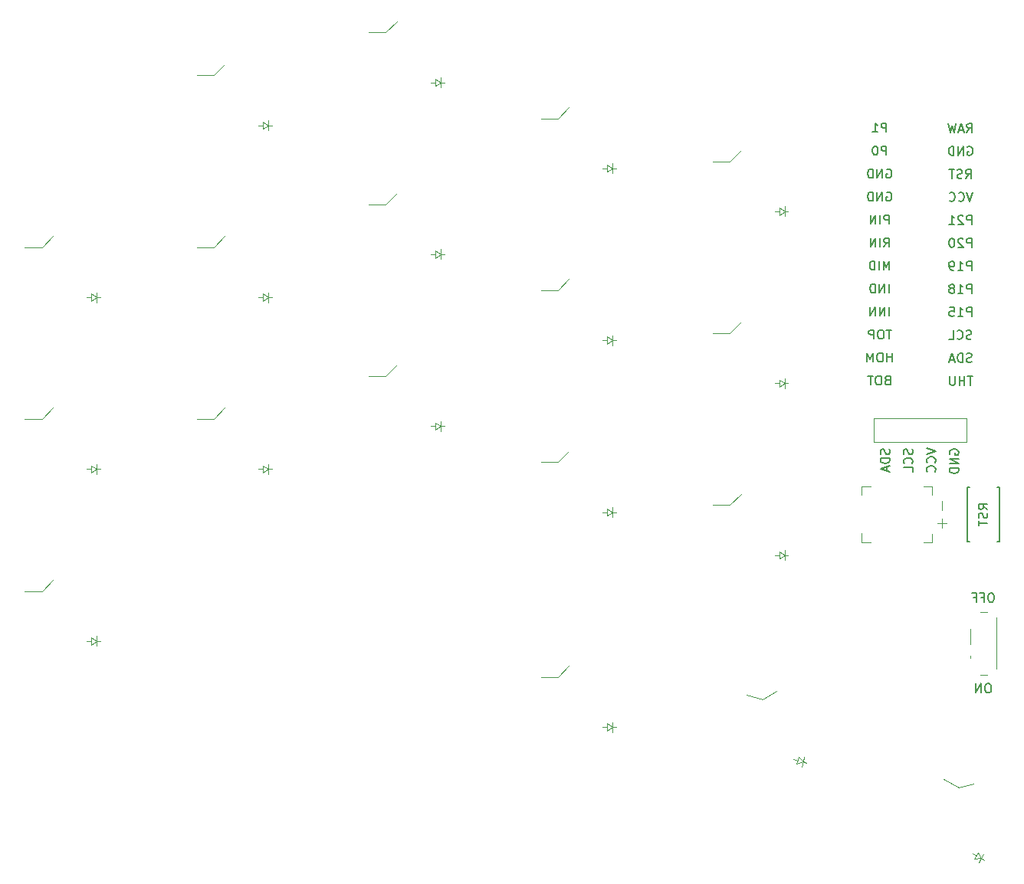
<source format=gbr>
%TF.GenerationSoftware,KiCad,Pcbnew,9.0.7*%
%TF.CreationDate,2026-01-28T21:56:46-05:00*%
%TF.ProjectId,v4,76342e6b-6963-4616-945f-706362585858,rev?*%
%TF.SameCoordinates,Original*%
%TF.FileFunction,Legend,Bot*%
%TF.FilePolarity,Positive*%
%FSLAX46Y46*%
G04 Gerber Fmt 4.6, Leading zero omitted, Abs format (unit mm)*
G04 Created by KiCad (PCBNEW 9.0.7) date 2026-01-28 21:56:46*
%MOMM*%
%LPD*%
G01*
G04 APERTURE LIST*
%ADD10C,0.150000*%
%ADD11C,0.100000*%
%ADD12C,0.120000*%
G04 APERTURE END LIST*
D10*
X199933332Y-83734819D02*
X199361904Y-83734819D01*
X199647618Y-84734819D02*
X199647618Y-83734819D01*
X199028570Y-84734819D02*
X199028570Y-83734819D01*
X199028570Y-84211009D02*
X198457142Y-84211009D01*
X198457142Y-84734819D02*
X198457142Y-83734819D01*
X197980951Y-83734819D02*
X197980951Y-84544342D01*
X197980951Y-84544342D02*
X197933332Y-84639580D01*
X197933332Y-84639580D02*
X197885713Y-84687200D01*
X197885713Y-84687200D02*
X197790475Y-84734819D01*
X197790475Y-84734819D02*
X197599999Y-84734819D01*
X197599999Y-84734819D02*
X197504761Y-84687200D01*
X197504761Y-84687200D02*
X197457142Y-84639580D01*
X197457142Y-84639580D02*
X197409523Y-84544342D01*
X197409523Y-84544342D02*
X197409523Y-83734819D01*
X199814285Y-82147200D02*
X199671428Y-82194819D01*
X199671428Y-82194819D02*
X199433333Y-82194819D01*
X199433333Y-82194819D02*
X199338095Y-82147200D01*
X199338095Y-82147200D02*
X199290476Y-82099580D01*
X199290476Y-82099580D02*
X199242857Y-82004342D01*
X199242857Y-82004342D02*
X199242857Y-81909104D01*
X199242857Y-81909104D02*
X199290476Y-81813866D01*
X199290476Y-81813866D02*
X199338095Y-81766247D01*
X199338095Y-81766247D02*
X199433333Y-81718628D01*
X199433333Y-81718628D02*
X199623809Y-81671009D01*
X199623809Y-81671009D02*
X199719047Y-81623390D01*
X199719047Y-81623390D02*
X199766666Y-81575771D01*
X199766666Y-81575771D02*
X199814285Y-81480533D01*
X199814285Y-81480533D02*
X199814285Y-81385295D01*
X199814285Y-81385295D02*
X199766666Y-81290057D01*
X199766666Y-81290057D02*
X199719047Y-81242438D01*
X199719047Y-81242438D02*
X199623809Y-81194819D01*
X199623809Y-81194819D02*
X199385714Y-81194819D01*
X199385714Y-81194819D02*
X199242857Y-81242438D01*
X198814285Y-82194819D02*
X198814285Y-81194819D01*
X198814285Y-81194819D02*
X198576190Y-81194819D01*
X198576190Y-81194819D02*
X198433333Y-81242438D01*
X198433333Y-81242438D02*
X198338095Y-81337676D01*
X198338095Y-81337676D02*
X198290476Y-81432914D01*
X198290476Y-81432914D02*
X198242857Y-81623390D01*
X198242857Y-81623390D02*
X198242857Y-81766247D01*
X198242857Y-81766247D02*
X198290476Y-81956723D01*
X198290476Y-81956723D02*
X198338095Y-82051961D01*
X198338095Y-82051961D02*
X198433333Y-82147200D01*
X198433333Y-82147200D02*
X198576190Y-82194819D01*
X198576190Y-82194819D02*
X198814285Y-82194819D01*
X197861904Y-81909104D02*
X197385714Y-81909104D01*
X197957142Y-82194819D02*
X197623809Y-81194819D01*
X197623809Y-81194819D02*
X197290476Y-82194819D01*
X199790475Y-79607200D02*
X199647618Y-79654819D01*
X199647618Y-79654819D02*
X199409523Y-79654819D01*
X199409523Y-79654819D02*
X199314285Y-79607200D01*
X199314285Y-79607200D02*
X199266666Y-79559580D01*
X199266666Y-79559580D02*
X199219047Y-79464342D01*
X199219047Y-79464342D02*
X199219047Y-79369104D01*
X199219047Y-79369104D02*
X199266666Y-79273866D01*
X199266666Y-79273866D02*
X199314285Y-79226247D01*
X199314285Y-79226247D02*
X199409523Y-79178628D01*
X199409523Y-79178628D02*
X199599999Y-79131009D01*
X199599999Y-79131009D02*
X199695237Y-79083390D01*
X199695237Y-79083390D02*
X199742856Y-79035771D01*
X199742856Y-79035771D02*
X199790475Y-78940533D01*
X199790475Y-78940533D02*
X199790475Y-78845295D01*
X199790475Y-78845295D02*
X199742856Y-78750057D01*
X199742856Y-78750057D02*
X199695237Y-78702438D01*
X199695237Y-78702438D02*
X199599999Y-78654819D01*
X199599999Y-78654819D02*
X199361904Y-78654819D01*
X199361904Y-78654819D02*
X199219047Y-78702438D01*
X198219047Y-79559580D02*
X198266666Y-79607200D01*
X198266666Y-79607200D02*
X198409523Y-79654819D01*
X198409523Y-79654819D02*
X198504761Y-79654819D01*
X198504761Y-79654819D02*
X198647618Y-79607200D01*
X198647618Y-79607200D02*
X198742856Y-79511961D01*
X198742856Y-79511961D02*
X198790475Y-79416723D01*
X198790475Y-79416723D02*
X198838094Y-79226247D01*
X198838094Y-79226247D02*
X198838094Y-79083390D01*
X198838094Y-79083390D02*
X198790475Y-78892914D01*
X198790475Y-78892914D02*
X198742856Y-78797676D01*
X198742856Y-78797676D02*
X198647618Y-78702438D01*
X198647618Y-78702438D02*
X198504761Y-78654819D01*
X198504761Y-78654819D02*
X198409523Y-78654819D01*
X198409523Y-78654819D02*
X198266666Y-78702438D01*
X198266666Y-78702438D02*
X198219047Y-78750057D01*
X197314285Y-79654819D02*
X197790475Y-79654819D01*
X197790475Y-79654819D02*
X197790475Y-78654819D01*
X199814285Y-77114819D02*
X199814285Y-76114819D01*
X199814285Y-76114819D02*
X199433333Y-76114819D01*
X199433333Y-76114819D02*
X199338095Y-76162438D01*
X199338095Y-76162438D02*
X199290476Y-76210057D01*
X199290476Y-76210057D02*
X199242857Y-76305295D01*
X199242857Y-76305295D02*
X199242857Y-76448152D01*
X199242857Y-76448152D02*
X199290476Y-76543390D01*
X199290476Y-76543390D02*
X199338095Y-76591009D01*
X199338095Y-76591009D02*
X199433333Y-76638628D01*
X199433333Y-76638628D02*
X199814285Y-76638628D01*
X198290476Y-77114819D02*
X198861904Y-77114819D01*
X198576190Y-77114819D02*
X198576190Y-76114819D01*
X198576190Y-76114819D02*
X198671428Y-76257676D01*
X198671428Y-76257676D02*
X198766666Y-76352914D01*
X198766666Y-76352914D02*
X198861904Y-76400533D01*
X197385714Y-76114819D02*
X197861904Y-76114819D01*
X197861904Y-76114819D02*
X197909523Y-76591009D01*
X197909523Y-76591009D02*
X197861904Y-76543390D01*
X197861904Y-76543390D02*
X197766666Y-76495771D01*
X197766666Y-76495771D02*
X197528571Y-76495771D01*
X197528571Y-76495771D02*
X197433333Y-76543390D01*
X197433333Y-76543390D02*
X197385714Y-76591009D01*
X197385714Y-76591009D02*
X197338095Y-76686247D01*
X197338095Y-76686247D02*
X197338095Y-76924342D01*
X197338095Y-76924342D02*
X197385714Y-77019580D01*
X197385714Y-77019580D02*
X197433333Y-77067200D01*
X197433333Y-77067200D02*
X197528571Y-77114819D01*
X197528571Y-77114819D02*
X197766666Y-77114819D01*
X197766666Y-77114819D02*
X197861904Y-77067200D01*
X197861904Y-77067200D02*
X197909523Y-77019580D01*
X199814285Y-74574819D02*
X199814285Y-73574819D01*
X199814285Y-73574819D02*
X199433333Y-73574819D01*
X199433333Y-73574819D02*
X199338095Y-73622438D01*
X199338095Y-73622438D02*
X199290476Y-73670057D01*
X199290476Y-73670057D02*
X199242857Y-73765295D01*
X199242857Y-73765295D02*
X199242857Y-73908152D01*
X199242857Y-73908152D02*
X199290476Y-74003390D01*
X199290476Y-74003390D02*
X199338095Y-74051009D01*
X199338095Y-74051009D02*
X199433333Y-74098628D01*
X199433333Y-74098628D02*
X199814285Y-74098628D01*
X198290476Y-74574819D02*
X198861904Y-74574819D01*
X198576190Y-74574819D02*
X198576190Y-73574819D01*
X198576190Y-73574819D02*
X198671428Y-73717676D01*
X198671428Y-73717676D02*
X198766666Y-73812914D01*
X198766666Y-73812914D02*
X198861904Y-73860533D01*
X197719047Y-74003390D02*
X197814285Y-73955771D01*
X197814285Y-73955771D02*
X197861904Y-73908152D01*
X197861904Y-73908152D02*
X197909523Y-73812914D01*
X197909523Y-73812914D02*
X197909523Y-73765295D01*
X197909523Y-73765295D02*
X197861904Y-73670057D01*
X197861904Y-73670057D02*
X197814285Y-73622438D01*
X197814285Y-73622438D02*
X197719047Y-73574819D01*
X197719047Y-73574819D02*
X197528571Y-73574819D01*
X197528571Y-73574819D02*
X197433333Y-73622438D01*
X197433333Y-73622438D02*
X197385714Y-73670057D01*
X197385714Y-73670057D02*
X197338095Y-73765295D01*
X197338095Y-73765295D02*
X197338095Y-73812914D01*
X197338095Y-73812914D02*
X197385714Y-73908152D01*
X197385714Y-73908152D02*
X197433333Y-73955771D01*
X197433333Y-73955771D02*
X197528571Y-74003390D01*
X197528571Y-74003390D02*
X197719047Y-74003390D01*
X197719047Y-74003390D02*
X197814285Y-74051009D01*
X197814285Y-74051009D02*
X197861904Y-74098628D01*
X197861904Y-74098628D02*
X197909523Y-74193866D01*
X197909523Y-74193866D02*
X197909523Y-74384342D01*
X197909523Y-74384342D02*
X197861904Y-74479580D01*
X197861904Y-74479580D02*
X197814285Y-74527200D01*
X197814285Y-74527200D02*
X197719047Y-74574819D01*
X197719047Y-74574819D02*
X197528571Y-74574819D01*
X197528571Y-74574819D02*
X197433333Y-74527200D01*
X197433333Y-74527200D02*
X197385714Y-74479580D01*
X197385714Y-74479580D02*
X197338095Y-74384342D01*
X197338095Y-74384342D02*
X197338095Y-74193866D01*
X197338095Y-74193866D02*
X197385714Y-74098628D01*
X197385714Y-74098628D02*
X197433333Y-74051009D01*
X197433333Y-74051009D02*
X197528571Y-74003390D01*
X199814285Y-72034819D02*
X199814285Y-71034819D01*
X199814285Y-71034819D02*
X199433333Y-71034819D01*
X199433333Y-71034819D02*
X199338095Y-71082438D01*
X199338095Y-71082438D02*
X199290476Y-71130057D01*
X199290476Y-71130057D02*
X199242857Y-71225295D01*
X199242857Y-71225295D02*
X199242857Y-71368152D01*
X199242857Y-71368152D02*
X199290476Y-71463390D01*
X199290476Y-71463390D02*
X199338095Y-71511009D01*
X199338095Y-71511009D02*
X199433333Y-71558628D01*
X199433333Y-71558628D02*
X199814285Y-71558628D01*
X198290476Y-72034819D02*
X198861904Y-72034819D01*
X198576190Y-72034819D02*
X198576190Y-71034819D01*
X198576190Y-71034819D02*
X198671428Y-71177676D01*
X198671428Y-71177676D02*
X198766666Y-71272914D01*
X198766666Y-71272914D02*
X198861904Y-71320533D01*
X197814285Y-72034819D02*
X197623809Y-72034819D01*
X197623809Y-72034819D02*
X197528571Y-71987200D01*
X197528571Y-71987200D02*
X197480952Y-71939580D01*
X197480952Y-71939580D02*
X197385714Y-71796723D01*
X197385714Y-71796723D02*
X197338095Y-71606247D01*
X197338095Y-71606247D02*
X197338095Y-71225295D01*
X197338095Y-71225295D02*
X197385714Y-71130057D01*
X197385714Y-71130057D02*
X197433333Y-71082438D01*
X197433333Y-71082438D02*
X197528571Y-71034819D01*
X197528571Y-71034819D02*
X197719047Y-71034819D01*
X197719047Y-71034819D02*
X197814285Y-71082438D01*
X197814285Y-71082438D02*
X197861904Y-71130057D01*
X197861904Y-71130057D02*
X197909523Y-71225295D01*
X197909523Y-71225295D02*
X197909523Y-71463390D01*
X197909523Y-71463390D02*
X197861904Y-71558628D01*
X197861904Y-71558628D02*
X197814285Y-71606247D01*
X197814285Y-71606247D02*
X197719047Y-71653866D01*
X197719047Y-71653866D02*
X197528571Y-71653866D01*
X197528571Y-71653866D02*
X197433333Y-71606247D01*
X197433333Y-71606247D02*
X197385714Y-71558628D01*
X197385714Y-71558628D02*
X197338095Y-71463390D01*
X199814285Y-69494819D02*
X199814285Y-68494819D01*
X199814285Y-68494819D02*
X199433333Y-68494819D01*
X199433333Y-68494819D02*
X199338095Y-68542438D01*
X199338095Y-68542438D02*
X199290476Y-68590057D01*
X199290476Y-68590057D02*
X199242857Y-68685295D01*
X199242857Y-68685295D02*
X199242857Y-68828152D01*
X199242857Y-68828152D02*
X199290476Y-68923390D01*
X199290476Y-68923390D02*
X199338095Y-68971009D01*
X199338095Y-68971009D02*
X199433333Y-69018628D01*
X199433333Y-69018628D02*
X199814285Y-69018628D01*
X198861904Y-68590057D02*
X198814285Y-68542438D01*
X198814285Y-68542438D02*
X198719047Y-68494819D01*
X198719047Y-68494819D02*
X198480952Y-68494819D01*
X198480952Y-68494819D02*
X198385714Y-68542438D01*
X198385714Y-68542438D02*
X198338095Y-68590057D01*
X198338095Y-68590057D02*
X198290476Y-68685295D01*
X198290476Y-68685295D02*
X198290476Y-68780533D01*
X198290476Y-68780533D02*
X198338095Y-68923390D01*
X198338095Y-68923390D02*
X198909523Y-69494819D01*
X198909523Y-69494819D02*
X198290476Y-69494819D01*
X197671428Y-68494819D02*
X197576190Y-68494819D01*
X197576190Y-68494819D02*
X197480952Y-68542438D01*
X197480952Y-68542438D02*
X197433333Y-68590057D01*
X197433333Y-68590057D02*
X197385714Y-68685295D01*
X197385714Y-68685295D02*
X197338095Y-68875771D01*
X197338095Y-68875771D02*
X197338095Y-69113866D01*
X197338095Y-69113866D02*
X197385714Y-69304342D01*
X197385714Y-69304342D02*
X197433333Y-69399580D01*
X197433333Y-69399580D02*
X197480952Y-69447200D01*
X197480952Y-69447200D02*
X197576190Y-69494819D01*
X197576190Y-69494819D02*
X197671428Y-69494819D01*
X197671428Y-69494819D02*
X197766666Y-69447200D01*
X197766666Y-69447200D02*
X197814285Y-69399580D01*
X197814285Y-69399580D02*
X197861904Y-69304342D01*
X197861904Y-69304342D02*
X197909523Y-69113866D01*
X197909523Y-69113866D02*
X197909523Y-68875771D01*
X197909523Y-68875771D02*
X197861904Y-68685295D01*
X197861904Y-68685295D02*
X197814285Y-68590057D01*
X197814285Y-68590057D02*
X197766666Y-68542438D01*
X197766666Y-68542438D02*
X197671428Y-68494819D01*
X199814285Y-66954819D02*
X199814285Y-65954819D01*
X199814285Y-65954819D02*
X199433333Y-65954819D01*
X199433333Y-65954819D02*
X199338095Y-66002438D01*
X199338095Y-66002438D02*
X199290476Y-66050057D01*
X199290476Y-66050057D02*
X199242857Y-66145295D01*
X199242857Y-66145295D02*
X199242857Y-66288152D01*
X199242857Y-66288152D02*
X199290476Y-66383390D01*
X199290476Y-66383390D02*
X199338095Y-66431009D01*
X199338095Y-66431009D02*
X199433333Y-66478628D01*
X199433333Y-66478628D02*
X199814285Y-66478628D01*
X198861904Y-66050057D02*
X198814285Y-66002438D01*
X198814285Y-66002438D02*
X198719047Y-65954819D01*
X198719047Y-65954819D02*
X198480952Y-65954819D01*
X198480952Y-65954819D02*
X198385714Y-66002438D01*
X198385714Y-66002438D02*
X198338095Y-66050057D01*
X198338095Y-66050057D02*
X198290476Y-66145295D01*
X198290476Y-66145295D02*
X198290476Y-66240533D01*
X198290476Y-66240533D02*
X198338095Y-66383390D01*
X198338095Y-66383390D02*
X198909523Y-66954819D01*
X198909523Y-66954819D02*
X198290476Y-66954819D01*
X197338095Y-66954819D02*
X197909523Y-66954819D01*
X197623809Y-66954819D02*
X197623809Y-65954819D01*
X197623809Y-65954819D02*
X197719047Y-66097676D01*
X197719047Y-66097676D02*
X197814285Y-66192914D01*
X197814285Y-66192914D02*
X197909523Y-66240533D01*
X199933332Y-63414819D02*
X199599999Y-64414819D01*
X199599999Y-64414819D02*
X199266666Y-63414819D01*
X198361904Y-64319580D02*
X198409523Y-64367200D01*
X198409523Y-64367200D02*
X198552380Y-64414819D01*
X198552380Y-64414819D02*
X198647618Y-64414819D01*
X198647618Y-64414819D02*
X198790475Y-64367200D01*
X198790475Y-64367200D02*
X198885713Y-64271961D01*
X198885713Y-64271961D02*
X198933332Y-64176723D01*
X198933332Y-64176723D02*
X198980951Y-63986247D01*
X198980951Y-63986247D02*
X198980951Y-63843390D01*
X198980951Y-63843390D02*
X198933332Y-63652914D01*
X198933332Y-63652914D02*
X198885713Y-63557676D01*
X198885713Y-63557676D02*
X198790475Y-63462438D01*
X198790475Y-63462438D02*
X198647618Y-63414819D01*
X198647618Y-63414819D02*
X198552380Y-63414819D01*
X198552380Y-63414819D02*
X198409523Y-63462438D01*
X198409523Y-63462438D02*
X198361904Y-63510057D01*
X197361904Y-64319580D02*
X197409523Y-64367200D01*
X197409523Y-64367200D02*
X197552380Y-64414819D01*
X197552380Y-64414819D02*
X197647618Y-64414819D01*
X197647618Y-64414819D02*
X197790475Y-64367200D01*
X197790475Y-64367200D02*
X197885713Y-64271961D01*
X197885713Y-64271961D02*
X197933332Y-64176723D01*
X197933332Y-64176723D02*
X197980951Y-63986247D01*
X197980951Y-63986247D02*
X197980951Y-63843390D01*
X197980951Y-63843390D02*
X197933332Y-63652914D01*
X197933332Y-63652914D02*
X197885713Y-63557676D01*
X197885713Y-63557676D02*
X197790475Y-63462438D01*
X197790475Y-63462438D02*
X197647618Y-63414819D01*
X197647618Y-63414819D02*
X197552380Y-63414819D01*
X197552380Y-63414819D02*
X197409523Y-63462438D01*
X197409523Y-63462438D02*
X197361904Y-63510057D01*
X199147619Y-61874819D02*
X199480952Y-61398628D01*
X199719047Y-61874819D02*
X199719047Y-60874819D01*
X199719047Y-60874819D02*
X199338095Y-60874819D01*
X199338095Y-60874819D02*
X199242857Y-60922438D01*
X199242857Y-60922438D02*
X199195238Y-60970057D01*
X199195238Y-60970057D02*
X199147619Y-61065295D01*
X199147619Y-61065295D02*
X199147619Y-61208152D01*
X199147619Y-61208152D02*
X199195238Y-61303390D01*
X199195238Y-61303390D02*
X199242857Y-61351009D01*
X199242857Y-61351009D02*
X199338095Y-61398628D01*
X199338095Y-61398628D02*
X199719047Y-61398628D01*
X198766666Y-61827200D02*
X198623809Y-61874819D01*
X198623809Y-61874819D02*
X198385714Y-61874819D01*
X198385714Y-61874819D02*
X198290476Y-61827200D01*
X198290476Y-61827200D02*
X198242857Y-61779580D01*
X198242857Y-61779580D02*
X198195238Y-61684342D01*
X198195238Y-61684342D02*
X198195238Y-61589104D01*
X198195238Y-61589104D02*
X198242857Y-61493866D01*
X198242857Y-61493866D02*
X198290476Y-61446247D01*
X198290476Y-61446247D02*
X198385714Y-61398628D01*
X198385714Y-61398628D02*
X198576190Y-61351009D01*
X198576190Y-61351009D02*
X198671428Y-61303390D01*
X198671428Y-61303390D02*
X198719047Y-61255771D01*
X198719047Y-61255771D02*
X198766666Y-61160533D01*
X198766666Y-61160533D02*
X198766666Y-61065295D01*
X198766666Y-61065295D02*
X198719047Y-60970057D01*
X198719047Y-60970057D02*
X198671428Y-60922438D01*
X198671428Y-60922438D02*
X198576190Y-60874819D01*
X198576190Y-60874819D02*
X198338095Y-60874819D01*
X198338095Y-60874819D02*
X198195238Y-60922438D01*
X197909523Y-60874819D02*
X197338095Y-60874819D01*
X197623809Y-61874819D02*
X197623809Y-60874819D01*
X199361904Y-58382438D02*
X199457142Y-58334819D01*
X199457142Y-58334819D02*
X199599999Y-58334819D01*
X199599999Y-58334819D02*
X199742856Y-58382438D01*
X199742856Y-58382438D02*
X199838094Y-58477676D01*
X199838094Y-58477676D02*
X199885713Y-58572914D01*
X199885713Y-58572914D02*
X199933332Y-58763390D01*
X199933332Y-58763390D02*
X199933332Y-58906247D01*
X199933332Y-58906247D02*
X199885713Y-59096723D01*
X199885713Y-59096723D02*
X199838094Y-59191961D01*
X199838094Y-59191961D02*
X199742856Y-59287200D01*
X199742856Y-59287200D02*
X199599999Y-59334819D01*
X199599999Y-59334819D02*
X199504761Y-59334819D01*
X199504761Y-59334819D02*
X199361904Y-59287200D01*
X199361904Y-59287200D02*
X199314285Y-59239580D01*
X199314285Y-59239580D02*
X199314285Y-58906247D01*
X199314285Y-58906247D02*
X199504761Y-58906247D01*
X198885713Y-59334819D02*
X198885713Y-58334819D01*
X198885713Y-58334819D02*
X198314285Y-59334819D01*
X198314285Y-59334819D02*
X198314285Y-58334819D01*
X197838094Y-59334819D02*
X197838094Y-58334819D01*
X197838094Y-58334819D02*
X197599999Y-58334819D01*
X197599999Y-58334819D02*
X197457142Y-58382438D01*
X197457142Y-58382438D02*
X197361904Y-58477676D01*
X197361904Y-58477676D02*
X197314285Y-58572914D01*
X197314285Y-58572914D02*
X197266666Y-58763390D01*
X197266666Y-58763390D02*
X197266666Y-58906247D01*
X197266666Y-58906247D02*
X197314285Y-59096723D01*
X197314285Y-59096723D02*
X197361904Y-59191961D01*
X197361904Y-59191961D02*
X197457142Y-59287200D01*
X197457142Y-59287200D02*
X197599999Y-59334819D01*
X197599999Y-59334819D02*
X197838094Y-59334819D01*
X199290476Y-56794819D02*
X199623809Y-56318628D01*
X199861904Y-56794819D02*
X199861904Y-55794819D01*
X199861904Y-55794819D02*
X199480952Y-55794819D01*
X199480952Y-55794819D02*
X199385714Y-55842438D01*
X199385714Y-55842438D02*
X199338095Y-55890057D01*
X199338095Y-55890057D02*
X199290476Y-55985295D01*
X199290476Y-55985295D02*
X199290476Y-56128152D01*
X199290476Y-56128152D02*
X199338095Y-56223390D01*
X199338095Y-56223390D02*
X199385714Y-56271009D01*
X199385714Y-56271009D02*
X199480952Y-56318628D01*
X199480952Y-56318628D02*
X199861904Y-56318628D01*
X198909523Y-56509104D02*
X198433333Y-56509104D01*
X199004761Y-56794819D02*
X198671428Y-55794819D01*
X198671428Y-55794819D02*
X198338095Y-56794819D01*
X198099999Y-55794819D02*
X197861904Y-56794819D01*
X197861904Y-56794819D02*
X197671428Y-56080533D01*
X197671428Y-56080533D02*
X197480952Y-56794819D01*
X197480952Y-56794819D02*
X197242857Y-55794819D01*
X190493333Y-84171009D02*
X190350476Y-84218628D01*
X190350476Y-84218628D02*
X190302857Y-84266247D01*
X190302857Y-84266247D02*
X190255238Y-84361485D01*
X190255238Y-84361485D02*
X190255238Y-84504342D01*
X190255238Y-84504342D02*
X190302857Y-84599580D01*
X190302857Y-84599580D02*
X190350476Y-84647200D01*
X190350476Y-84647200D02*
X190445714Y-84694819D01*
X190445714Y-84694819D02*
X190826666Y-84694819D01*
X190826666Y-84694819D02*
X190826666Y-83694819D01*
X190826666Y-83694819D02*
X190493333Y-83694819D01*
X190493333Y-83694819D02*
X190398095Y-83742438D01*
X190398095Y-83742438D02*
X190350476Y-83790057D01*
X190350476Y-83790057D02*
X190302857Y-83885295D01*
X190302857Y-83885295D02*
X190302857Y-83980533D01*
X190302857Y-83980533D02*
X190350476Y-84075771D01*
X190350476Y-84075771D02*
X190398095Y-84123390D01*
X190398095Y-84123390D02*
X190493333Y-84171009D01*
X190493333Y-84171009D02*
X190826666Y-84171009D01*
X189636190Y-83694819D02*
X189445714Y-83694819D01*
X189445714Y-83694819D02*
X189350476Y-83742438D01*
X189350476Y-83742438D02*
X189255238Y-83837676D01*
X189255238Y-83837676D02*
X189207619Y-84028152D01*
X189207619Y-84028152D02*
X189207619Y-84361485D01*
X189207619Y-84361485D02*
X189255238Y-84551961D01*
X189255238Y-84551961D02*
X189350476Y-84647200D01*
X189350476Y-84647200D02*
X189445714Y-84694819D01*
X189445714Y-84694819D02*
X189636190Y-84694819D01*
X189636190Y-84694819D02*
X189731428Y-84647200D01*
X189731428Y-84647200D02*
X189826666Y-84551961D01*
X189826666Y-84551961D02*
X189874285Y-84361485D01*
X189874285Y-84361485D02*
X189874285Y-84028152D01*
X189874285Y-84028152D02*
X189826666Y-83837676D01*
X189826666Y-83837676D02*
X189731428Y-83742438D01*
X189731428Y-83742438D02*
X189636190Y-83694819D01*
X188921904Y-83694819D02*
X188350476Y-83694819D01*
X188636190Y-84694819D02*
X188636190Y-83694819D01*
X191040951Y-82154819D02*
X191040951Y-81154819D01*
X191040951Y-81631009D02*
X190469523Y-81631009D01*
X190469523Y-82154819D02*
X190469523Y-81154819D01*
X189802856Y-81154819D02*
X189612380Y-81154819D01*
X189612380Y-81154819D02*
X189517142Y-81202438D01*
X189517142Y-81202438D02*
X189421904Y-81297676D01*
X189421904Y-81297676D02*
X189374285Y-81488152D01*
X189374285Y-81488152D02*
X189374285Y-81821485D01*
X189374285Y-81821485D02*
X189421904Y-82011961D01*
X189421904Y-82011961D02*
X189517142Y-82107200D01*
X189517142Y-82107200D02*
X189612380Y-82154819D01*
X189612380Y-82154819D02*
X189802856Y-82154819D01*
X189802856Y-82154819D02*
X189898094Y-82107200D01*
X189898094Y-82107200D02*
X189993332Y-82011961D01*
X189993332Y-82011961D02*
X190040951Y-81821485D01*
X190040951Y-81821485D02*
X190040951Y-81488152D01*
X190040951Y-81488152D02*
X189993332Y-81297676D01*
X189993332Y-81297676D02*
X189898094Y-81202438D01*
X189898094Y-81202438D02*
X189802856Y-81154819D01*
X188945713Y-82154819D02*
X188945713Y-81154819D01*
X188945713Y-81154819D02*
X188612380Y-81869104D01*
X188612380Y-81869104D02*
X188279047Y-81154819D01*
X188279047Y-81154819D02*
X188279047Y-82154819D01*
X190969523Y-78614819D02*
X190398095Y-78614819D01*
X190683809Y-79614819D02*
X190683809Y-78614819D01*
X189874285Y-78614819D02*
X189683809Y-78614819D01*
X189683809Y-78614819D02*
X189588571Y-78662438D01*
X189588571Y-78662438D02*
X189493333Y-78757676D01*
X189493333Y-78757676D02*
X189445714Y-78948152D01*
X189445714Y-78948152D02*
X189445714Y-79281485D01*
X189445714Y-79281485D02*
X189493333Y-79471961D01*
X189493333Y-79471961D02*
X189588571Y-79567200D01*
X189588571Y-79567200D02*
X189683809Y-79614819D01*
X189683809Y-79614819D02*
X189874285Y-79614819D01*
X189874285Y-79614819D02*
X189969523Y-79567200D01*
X189969523Y-79567200D02*
X190064761Y-79471961D01*
X190064761Y-79471961D02*
X190112380Y-79281485D01*
X190112380Y-79281485D02*
X190112380Y-78948152D01*
X190112380Y-78948152D02*
X190064761Y-78757676D01*
X190064761Y-78757676D02*
X189969523Y-78662438D01*
X189969523Y-78662438D02*
X189874285Y-78614819D01*
X189017142Y-79614819D02*
X189017142Y-78614819D01*
X189017142Y-78614819D02*
X188636190Y-78614819D01*
X188636190Y-78614819D02*
X188540952Y-78662438D01*
X188540952Y-78662438D02*
X188493333Y-78710057D01*
X188493333Y-78710057D02*
X188445714Y-78805295D01*
X188445714Y-78805295D02*
X188445714Y-78948152D01*
X188445714Y-78948152D02*
X188493333Y-79043390D01*
X188493333Y-79043390D02*
X188540952Y-79091009D01*
X188540952Y-79091009D02*
X188636190Y-79138628D01*
X188636190Y-79138628D02*
X189017142Y-79138628D01*
X190707618Y-77074819D02*
X190707618Y-76074819D01*
X190231428Y-77074819D02*
X190231428Y-76074819D01*
X190231428Y-76074819D02*
X189660000Y-77074819D01*
X189660000Y-77074819D02*
X189660000Y-76074819D01*
X189183809Y-77074819D02*
X189183809Y-76074819D01*
X189183809Y-76074819D02*
X188612381Y-77074819D01*
X188612381Y-77074819D02*
X188612381Y-76074819D01*
X190683808Y-74534819D02*
X190683808Y-73534819D01*
X190207618Y-74534819D02*
X190207618Y-73534819D01*
X190207618Y-73534819D02*
X189636190Y-74534819D01*
X189636190Y-74534819D02*
X189636190Y-73534819D01*
X189159999Y-74534819D02*
X189159999Y-73534819D01*
X189159999Y-73534819D02*
X188921904Y-73534819D01*
X188921904Y-73534819D02*
X188779047Y-73582438D01*
X188779047Y-73582438D02*
X188683809Y-73677676D01*
X188683809Y-73677676D02*
X188636190Y-73772914D01*
X188636190Y-73772914D02*
X188588571Y-73963390D01*
X188588571Y-73963390D02*
X188588571Y-74106247D01*
X188588571Y-74106247D02*
X188636190Y-74296723D01*
X188636190Y-74296723D02*
X188683809Y-74391961D01*
X188683809Y-74391961D02*
X188779047Y-74487200D01*
X188779047Y-74487200D02*
X188921904Y-74534819D01*
X188921904Y-74534819D02*
X189159999Y-74534819D01*
X190731427Y-71994819D02*
X190731427Y-70994819D01*
X190731427Y-70994819D02*
X190398094Y-71709104D01*
X190398094Y-71709104D02*
X190064761Y-70994819D01*
X190064761Y-70994819D02*
X190064761Y-71994819D01*
X189588570Y-71994819D02*
X189588570Y-70994819D01*
X189112380Y-71994819D02*
X189112380Y-70994819D01*
X189112380Y-70994819D02*
X188874285Y-70994819D01*
X188874285Y-70994819D02*
X188731428Y-71042438D01*
X188731428Y-71042438D02*
X188636190Y-71137676D01*
X188636190Y-71137676D02*
X188588571Y-71232914D01*
X188588571Y-71232914D02*
X188540952Y-71423390D01*
X188540952Y-71423390D02*
X188540952Y-71566247D01*
X188540952Y-71566247D02*
X188588571Y-71756723D01*
X188588571Y-71756723D02*
X188636190Y-71851961D01*
X188636190Y-71851961D02*
X188731428Y-71947200D01*
X188731428Y-71947200D02*
X188874285Y-71994819D01*
X188874285Y-71994819D02*
X189112380Y-71994819D01*
X190112380Y-69454819D02*
X190445713Y-68978628D01*
X190683808Y-69454819D02*
X190683808Y-68454819D01*
X190683808Y-68454819D02*
X190302856Y-68454819D01*
X190302856Y-68454819D02*
X190207618Y-68502438D01*
X190207618Y-68502438D02*
X190159999Y-68550057D01*
X190159999Y-68550057D02*
X190112380Y-68645295D01*
X190112380Y-68645295D02*
X190112380Y-68788152D01*
X190112380Y-68788152D02*
X190159999Y-68883390D01*
X190159999Y-68883390D02*
X190207618Y-68931009D01*
X190207618Y-68931009D02*
X190302856Y-68978628D01*
X190302856Y-68978628D02*
X190683808Y-68978628D01*
X189683808Y-69454819D02*
X189683808Y-68454819D01*
X189207618Y-69454819D02*
X189207618Y-68454819D01*
X189207618Y-68454819D02*
X188636190Y-69454819D01*
X188636190Y-69454819D02*
X188636190Y-68454819D01*
X190683808Y-66914819D02*
X190683808Y-65914819D01*
X190683808Y-65914819D02*
X190302856Y-65914819D01*
X190302856Y-65914819D02*
X190207618Y-65962438D01*
X190207618Y-65962438D02*
X190159999Y-66010057D01*
X190159999Y-66010057D02*
X190112380Y-66105295D01*
X190112380Y-66105295D02*
X190112380Y-66248152D01*
X190112380Y-66248152D02*
X190159999Y-66343390D01*
X190159999Y-66343390D02*
X190207618Y-66391009D01*
X190207618Y-66391009D02*
X190302856Y-66438628D01*
X190302856Y-66438628D02*
X190683808Y-66438628D01*
X189683808Y-66914819D02*
X189683808Y-65914819D01*
X189207618Y-66914819D02*
X189207618Y-65914819D01*
X189207618Y-65914819D02*
X188636190Y-66914819D01*
X188636190Y-66914819D02*
X188636190Y-65914819D01*
X190421904Y-63422438D02*
X190517142Y-63374819D01*
X190517142Y-63374819D02*
X190659999Y-63374819D01*
X190659999Y-63374819D02*
X190802856Y-63422438D01*
X190802856Y-63422438D02*
X190898094Y-63517676D01*
X190898094Y-63517676D02*
X190945713Y-63612914D01*
X190945713Y-63612914D02*
X190993332Y-63803390D01*
X190993332Y-63803390D02*
X190993332Y-63946247D01*
X190993332Y-63946247D02*
X190945713Y-64136723D01*
X190945713Y-64136723D02*
X190898094Y-64231961D01*
X190898094Y-64231961D02*
X190802856Y-64327200D01*
X190802856Y-64327200D02*
X190659999Y-64374819D01*
X190659999Y-64374819D02*
X190564761Y-64374819D01*
X190564761Y-64374819D02*
X190421904Y-64327200D01*
X190421904Y-64327200D02*
X190374285Y-64279580D01*
X190374285Y-64279580D02*
X190374285Y-63946247D01*
X190374285Y-63946247D02*
X190564761Y-63946247D01*
X189945713Y-64374819D02*
X189945713Y-63374819D01*
X189945713Y-63374819D02*
X189374285Y-64374819D01*
X189374285Y-64374819D02*
X189374285Y-63374819D01*
X188898094Y-64374819D02*
X188898094Y-63374819D01*
X188898094Y-63374819D02*
X188659999Y-63374819D01*
X188659999Y-63374819D02*
X188517142Y-63422438D01*
X188517142Y-63422438D02*
X188421904Y-63517676D01*
X188421904Y-63517676D02*
X188374285Y-63612914D01*
X188374285Y-63612914D02*
X188326666Y-63803390D01*
X188326666Y-63803390D02*
X188326666Y-63946247D01*
X188326666Y-63946247D02*
X188374285Y-64136723D01*
X188374285Y-64136723D02*
X188421904Y-64231961D01*
X188421904Y-64231961D02*
X188517142Y-64327200D01*
X188517142Y-64327200D02*
X188659999Y-64374819D01*
X188659999Y-64374819D02*
X188898094Y-64374819D01*
X190421904Y-60882438D02*
X190517142Y-60834819D01*
X190517142Y-60834819D02*
X190659999Y-60834819D01*
X190659999Y-60834819D02*
X190802856Y-60882438D01*
X190802856Y-60882438D02*
X190898094Y-60977676D01*
X190898094Y-60977676D02*
X190945713Y-61072914D01*
X190945713Y-61072914D02*
X190993332Y-61263390D01*
X190993332Y-61263390D02*
X190993332Y-61406247D01*
X190993332Y-61406247D02*
X190945713Y-61596723D01*
X190945713Y-61596723D02*
X190898094Y-61691961D01*
X190898094Y-61691961D02*
X190802856Y-61787200D01*
X190802856Y-61787200D02*
X190659999Y-61834819D01*
X190659999Y-61834819D02*
X190564761Y-61834819D01*
X190564761Y-61834819D02*
X190421904Y-61787200D01*
X190421904Y-61787200D02*
X190374285Y-61739580D01*
X190374285Y-61739580D02*
X190374285Y-61406247D01*
X190374285Y-61406247D02*
X190564761Y-61406247D01*
X189945713Y-61834819D02*
X189945713Y-60834819D01*
X189945713Y-60834819D02*
X189374285Y-61834819D01*
X189374285Y-61834819D02*
X189374285Y-60834819D01*
X188898094Y-61834819D02*
X188898094Y-60834819D01*
X188898094Y-60834819D02*
X188659999Y-60834819D01*
X188659999Y-60834819D02*
X188517142Y-60882438D01*
X188517142Y-60882438D02*
X188421904Y-60977676D01*
X188421904Y-60977676D02*
X188374285Y-61072914D01*
X188374285Y-61072914D02*
X188326666Y-61263390D01*
X188326666Y-61263390D02*
X188326666Y-61406247D01*
X188326666Y-61406247D02*
X188374285Y-61596723D01*
X188374285Y-61596723D02*
X188421904Y-61691961D01*
X188421904Y-61691961D02*
X188517142Y-61787200D01*
X188517142Y-61787200D02*
X188659999Y-61834819D01*
X188659999Y-61834819D02*
X188898094Y-61834819D01*
X190398094Y-59294819D02*
X190398094Y-58294819D01*
X190398094Y-58294819D02*
X190017142Y-58294819D01*
X190017142Y-58294819D02*
X189921904Y-58342438D01*
X189921904Y-58342438D02*
X189874285Y-58390057D01*
X189874285Y-58390057D02*
X189826666Y-58485295D01*
X189826666Y-58485295D02*
X189826666Y-58628152D01*
X189826666Y-58628152D02*
X189874285Y-58723390D01*
X189874285Y-58723390D02*
X189921904Y-58771009D01*
X189921904Y-58771009D02*
X190017142Y-58818628D01*
X190017142Y-58818628D02*
X190398094Y-58818628D01*
X189207618Y-58294819D02*
X189112380Y-58294819D01*
X189112380Y-58294819D02*
X189017142Y-58342438D01*
X189017142Y-58342438D02*
X188969523Y-58390057D01*
X188969523Y-58390057D02*
X188921904Y-58485295D01*
X188921904Y-58485295D02*
X188874285Y-58675771D01*
X188874285Y-58675771D02*
X188874285Y-58913866D01*
X188874285Y-58913866D02*
X188921904Y-59104342D01*
X188921904Y-59104342D02*
X188969523Y-59199580D01*
X188969523Y-59199580D02*
X189017142Y-59247200D01*
X189017142Y-59247200D02*
X189112380Y-59294819D01*
X189112380Y-59294819D02*
X189207618Y-59294819D01*
X189207618Y-59294819D02*
X189302856Y-59247200D01*
X189302856Y-59247200D02*
X189350475Y-59199580D01*
X189350475Y-59199580D02*
X189398094Y-59104342D01*
X189398094Y-59104342D02*
X189445713Y-58913866D01*
X189445713Y-58913866D02*
X189445713Y-58675771D01*
X189445713Y-58675771D02*
X189398094Y-58485295D01*
X189398094Y-58485295D02*
X189350475Y-58390057D01*
X189350475Y-58390057D02*
X189302856Y-58342438D01*
X189302856Y-58342438D02*
X189207618Y-58294819D01*
X190398094Y-56754819D02*
X190398094Y-55754819D01*
X190398094Y-55754819D02*
X190017142Y-55754819D01*
X190017142Y-55754819D02*
X189921904Y-55802438D01*
X189921904Y-55802438D02*
X189874285Y-55850057D01*
X189874285Y-55850057D02*
X189826666Y-55945295D01*
X189826666Y-55945295D02*
X189826666Y-56088152D01*
X189826666Y-56088152D02*
X189874285Y-56183390D01*
X189874285Y-56183390D02*
X189921904Y-56231009D01*
X189921904Y-56231009D02*
X190017142Y-56278628D01*
X190017142Y-56278628D02*
X190398094Y-56278628D01*
X188874285Y-56754819D02*
X189445713Y-56754819D01*
X189159999Y-56754819D02*
X189159999Y-55754819D01*
X189159999Y-55754819D02*
X189255237Y-55897676D01*
X189255237Y-55897676D02*
X189350475Y-55992914D01*
X189350475Y-55992914D02*
X189445713Y-56040533D01*
X190707200Y-91799160D02*
X190754819Y-91942017D01*
X190754819Y-91942017D02*
X190754819Y-92180112D01*
X190754819Y-92180112D02*
X190707200Y-92275350D01*
X190707200Y-92275350D02*
X190659580Y-92322969D01*
X190659580Y-92322969D02*
X190564342Y-92370588D01*
X190564342Y-92370588D02*
X190469104Y-92370588D01*
X190469104Y-92370588D02*
X190373866Y-92322969D01*
X190373866Y-92322969D02*
X190326247Y-92275350D01*
X190326247Y-92275350D02*
X190278628Y-92180112D01*
X190278628Y-92180112D02*
X190231009Y-91989636D01*
X190231009Y-91989636D02*
X190183390Y-91894398D01*
X190183390Y-91894398D02*
X190135771Y-91846779D01*
X190135771Y-91846779D02*
X190040533Y-91799160D01*
X190040533Y-91799160D02*
X189945295Y-91799160D01*
X189945295Y-91799160D02*
X189850057Y-91846779D01*
X189850057Y-91846779D02*
X189802438Y-91894398D01*
X189802438Y-91894398D02*
X189754819Y-91989636D01*
X189754819Y-91989636D02*
X189754819Y-92227731D01*
X189754819Y-92227731D02*
X189802438Y-92370588D01*
X190754819Y-92799160D02*
X189754819Y-92799160D01*
X189754819Y-92799160D02*
X189754819Y-93037255D01*
X189754819Y-93037255D02*
X189802438Y-93180112D01*
X189802438Y-93180112D02*
X189897676Y-93275350D01*
X189897676Y-93275350D02*
X189992914Y-93322969D01*
X189992914Y-93322969D02*
X190183390Y-93370588D01*
X190183390Y-93370588D02*
X190326247Y-93370588D01*
X190326247Y-93370588D02*
X190516723Y-93322969D01*
X190516723Y-93322969D02*
X190611961Y-93275350D01*
X190611961Y-93275350D02*
X190707200Y-93180112D01*
X190707200Y-93180112D02*
X190754819Y-93037255D01*
X190754819Y-93037255D02*
X190754819Y-92799160D01*
X190469104Y-93751541D02*
X190469104Y-94227731D01*
X190754819Y-93656303D02*
X189754819Y-93989636D01*
X189754819Y-93989636D02*
X190754819Y-94322969D01*
X193247200Y-91799160D02*
X193294819Y-91942017D01*
X193294819Y-91942017D02*
X193294819Y-92180112D01*
X193294819Y-92180112D02*
X193247200Y-92275350D01*
X193247200Y-92275350D02*
X193199580Y-92322969D01*
X193199580Y-92322969D02*
X193104342Y-92370588D01*
X193104342Y-92370588D02*
X193009104Y-92370588D01*
X193009104Y-92370588D02*
X192913866Y-92322969D01*
X192913866Y-92322969D02*
X192866247Y-92275350D01*
X192866247Y-92275350D02*
X192818628Y-92180112D01*
X192818628Y-92180112D02*
X192771009Y-91989636D01*
X192771009Y-91989636D02*
X192723390Y-91894398D01*
X192723390Y-91894398D02*
X192675771Y-91846779D01*
X192675771Y-91846779D02*
X192580533Y-91799160D01*
X192580533Y-91799160D02*
X192485295Y-91799160D01*
X192485295Y-91799160D02*
X192390057Y-91846779D01*
X192390057Y-91846779D02*
X192342438Y-91894398D01*
X192342438Y-91894398D02*
X192294819Y-91989636D01*
X192294819Y-91989636D02*
X192294819Y-92227731D01*
X192294819Y-92227731D02*
X192342438Y-92370588D01*
X193199580Y-93370588D02*
X193247200Y-93322969D01*
X193247200Y-93322969D02*
X193294819Y-93180112D01*
X193294819Y-93180112D02*
X193294819Y-93084874D01*
X193294819Y-93084874D02*
X193247200Y-92942017D01*
X193247200Y-92942017D02*
X193151961Y-92846779D01*
X193151961Y-92846779D02*
X193056723Y-92799160D01*
X193056723Y-92799160D02*
X192866247Y-92751541D01*
X192866247Y-92751541D02*
X192723390Y-92751541D01*
X192723390Y-92751541D02*
X192532914Y-92799160D01*
X192532914Y-92799160D02*
X192437676Y-92846779D01*
X192437676Y-92846779D02*
X192342438Y-92942017D01*
X192342438Y-92942017D02*
X192294819Y-93084874D01*
X192294819Y-93084874D02*
X192294819Y-93180112D01*
X192294819Y-93180112D02*
X192342438Y-93322969D01*
X192342438Y-93322969D02*
X192390057Y-93370588D01*
X193294819Y-94275350D02*
X193294819Y-93799160D01*
X193294819Y-93799160D02*
X192294819Y-93799160D01*
X194834819Y-91703922D02*
X195834819Y-92037255D01*
X195834819Y-92037255D02*
X194834819Y-92370588D01*
X195739580Y-93275350D02*
X195787200Y-93227731D01*
X195787200Y-93227731D02*
X195834819Y-93084874D01*
X195834819Y-93084874D02*
X195834819Y-92989636D01*
X195834819Y-92989636D02*
X195787200Y-92846779D01*
X195787200Y-92846779D02*
X195691961Y-92751541D01*
X195691961Y-92751541D02*
X195596723Y-92703922D01*
X195596723Y-92703922D02*
X195406247Y-92656303D01*
X195406247Y-92656303D02*
X195263390Y-92656303D01*
X195263390Y-92656303D02*
X195072914Y-92703922D01*
X195072914Y-92703922D02*
X194977676Y-92751541D01*
X194977676Y-92751541D02*
X194882438Y-92846779D01*
X194882438Y-92846779D02*
X194834819Y-92989636D01*
X194834819Y-92989636D02*
X194834819Y-93084874D01*
X194834819Y-93084874D02*
X194882438Y-93227731D01*
X194882438Y-93227731D02*
X194930057Y-93275350D01*
X195739580Y-94275350D02*
X195787200Y-94227731D01*
X195787200Y-94227731D02*
X195834819Y-94084874D01*
X195834819Y-94084874D02*
X195834819Y-93989636D01*
X195834819Y-93989636D02*
X195787200Y-93846779D01*
X195787200Y-93846779D02*
X195691961Y-93751541D01*
X195691961Y-93751541D02*
X195596723Y-93703922D01*
X195596723Y-93703922D02*
X195406247Y-93656303D01*
X195406247Y-93656303D02*
X195263390Y-93656303D01*
X195263390Y-93656303D02*
X195072914Y-93703922D01*
X195072914Y-93703922D02*
X194977676Y-93751541D01*
X194977676Y-93751541D02*
X194882438Y-93846779D01*
X194882438Y-93846779D02*
X194834819Y-93989636D01*
X194834819Y-93989636D02*
X194834819Y-94084874D01*
X194834819Y-94084874D02*
X194882438Y-94227731D01*
X194882438Y-94227731D02*
X194930057Y-94275350D01*
X197422438Y-92370588D02*
X197374819Y-92275350D01*
X197374819Y-92275350D02*
X197374819Y-92132493D01*
X197374819Y-92132493D02*
X197422438Y-91989636D01*
X197422438Y-91989636D02*
X197517676Y-91894398D01*
X197517676Y-91894398D02*
X197612914Y-91846779D01*
X197612914Y-91846779D02*
X197803390Y-91799160D01*
X197803390Y-91799160D02*
X197946247Y-91799160D01*
X197946247Y-91799160D02*
X198136723Y-91846779D01*
X198136723Y-91846779D02*
X198231961Y-91894398D01*
X198231961Y-91894398D02*
X198327200Y-91989636D01*
X198327200Y-91989636D02*
X198374819Y-92132493D01*
X198374819Y-92132493D02*
X198374819Y-92227731D01*
X198374819Y-92227731D02*
X198327200Y-92370588D01*
X198327200Y-92370588D02*
X198279580Y-92418207D01*
X198279580Y-92418207D02*
X197946247Y-92418207D01*
X197946247Y-92418207D02*
X197946247Y-92227731D01*
X198374819Y-92846779D02*
X197374819Y-92846779D01*
X197374819Y-92846779D02*
X198374819Y-93418207D01*
X198374819Y-93418207D02*
X197374819Y-93418207D01*
X198374819Y-93894398D02*
X197374819Y-93894398D01*
X197374819Y-93894398D02*
X197374819Y-94132493D01*
X197374819Y-94132493D02*
X197422438Y-94275350D01*
X197422438Y-94275350D02*
X197517676Y-94370588D01*
X197517676Y-94370588D02*
X197612914Y-94418207D01*
X197612914Y-94418207D02*
X197803390Y-94465826D01*
X197803390Y-94465826D02*
X197946247Y-94465826D01*
X197946247Y-94465826D02*
X198136723Y-94418207D01*
X198136723Y-94418207D02*
X198231961Y-94370588D01*
X198231961Y-94370588D02*
X198327200Y-94275350D01*
X198327200Y-94275350D02*
X198374819Y-94132493D01*
X198374819Y-94132493D02*
X198374819Y-93894398D01*
X202062380Y-107714819D02*
X201871904Y-107714819D01*
X201871904Y-107714819D02*
X201776666Y-107762438D01*
X201776666Y-107762438D02*
X201681428Y-107857676D01*
X201681428Y-107857676D02*
X201633809Y-108048152D01*
X201633809Y-108048152D02*
X201633809Y-108381485D01*
X201633809Y-108381485D02*
X201681428Y-108571961D01*
X201681428Y-108571961D02*
X201776666Y-108667200D01*
X201776666Y-108667200D02*
X201871904Y-108714819D01*
X201871904Y-108714819D02*
X202062380Y-108714819D01*
X202062380Y-108714819D02*
X202157618Y-108667200D01*
X202157618Y-108667200D02*
X202252856Y-108571961D01*
X202252856Y-108571961D02*
X202300475Y-108381485D01*
X202300475Y-108381485D02*
X202300475Y-108048152D01*
X202300475Y-108048152D02*
X202252856Y-107857676D01*
X202252856Y-107857676D02*
X202157618Y-107762438D01*
X202157618Y-107762438D02*
X202062380Y-107714819D01*
X200871904Y-108191009D02*
X201205237Y-108191009D01*
X201205237Y-108714819D02*
X201205237Y-107714819D01*
X201205237Y-107714819D02*
X200729047Y-107714819D01*
X200014761Y-108191009D02*
X200348094Y-108191009D01*
X200348094Y-108714819D02*
X200348094Y-107714819D01*
X200348094Y-107714819D02*
X199871904Y-107714819D01*
X201729047Y-117714819D02*
X201538571Y-117714819D01*
X201538571Y-117714819D02*
X201443333Y-117762438D01*
X201443333Y-117762438D02*
X201348095Y-117857676D01*
X201348095Y-117857676D02*
X201300476Y-118048152D01*
X201300476Y-118048152D02*
X201300476Y-118381485D01*
X201300476Y-118381485D02*
X201348095Y-118571961D01*
X201348095Y-118571961D02*
X201443333Y-118667200D01*
X201443333Y-118667200D02*
X201538571Y-118714819D01*
X201538571Y-118714819D02*
X201729047Y-118714819D01*
X201729047Y-118714819D02*
X201824285Y-118667200D01*
X201824285Y-118667200D02*
X201919523Y-118571961D01*
X201919523Y-118571961D02*
X201967142Y-118381485D01*
X201967142Y-118381485D02*
X201967142Y-118048152D01*
X201967142Y-118048152D02*
X201919523Y-117857676D01*
X201919523Y-117857676D02*
X201824285Y-117762438D01*
X201824285Y-117762438D02*
X201729047Y-117714819D01*
X200871904Y-118714819D02*
X200871904Y-117714819D01*
X200871904Y-117714819D02*
X200300476Y-118714819D01*
X200300476Y-118714819D02*
X200300476Y-117714819D01*
X201564819Y-98462380D02*
X201088628Y-98129047D01*
X201564819Y-97890952D02*
X200564819Y-97890952D01*
X200564819Y-97890952D02*
X200564819Y-98271904D01*
X200564819Y-98271904D02*
X200612438Y-98367142D01*
X200612438Y-98367142D02*
X200660057Y-98414761D01*
X200660057Y-98414761D02*
X200755295Y-98462380D01*
X200755295Y-98462380D02*
X200898152Y-98462380D01*
X200898152Y-98462380D02*
X200993390Y-98414761D01*
X200993390Y-98414761D02*
X201041009Y-98367142D01*
X201041009Y-98367142D02*
X201088628Y-98271904D01*
X201088628Y-98271904D02*
X201088628Y-97890952D01*
X201517200Y-98843333D02*
X201564819Y-98986190D01*
X201564819Y-98986190D02*
X201564819Y-99224285D01*
X201564819Y-99224285D02*
X201517200Y-99319523D01*
X201517200Y-99319523D02*
X201469580Y-99367142D01*
X201469580Y-99367142D02*
X201374342Y-99414761D01*
X201374342Y-99414761D02*
X201279104Y-99414761D01*
X201279104Y-99414761D02*
X201183866Y-99367142D01*
X201183866Y-99367142D02*
X201136247Y-99319523D01*
X201136247Y-99319523D02*
X201088628Y-99224285D01*
X201088628Y-99224285D02*
X201041009Y-99033809D01*
X201041009Y-99033809D02*
X200993390Y-98938571D01*
X200993390Y-98938571D02*
X200945771Y-98890952D01*
X200945771Y-98890952D02*
X200850533Y-98843333D01*
X200850533Y-98843333D02*
X200755295Y-98843333D01*
X200755295Y-98843333D02*
X200660057Y-98890952D01*
X200660057Y-98890952D02*
X200612438Y-98938571D01*
X200612438Y-98938571D02*
X200564819Y-99033809D01*
X200564819Y-99033809D02*
X200564819Y-99271904D01*
X200564819Y-99271904D02*
X200612438Y-99414761D01*
X200564819Y-99700476D02*
X200564819Y-100271904D01*
X201564819Y-99986190D02*
X200564819Y-99986190D01*
D11*
%TO.C,S1*%
X97110000Y-107490000D02*
X95230000Y-107490000D01*
X98330000Y-106240000D02*
X97110000Y-107490000D01*
%TO.C,S2*%
X97110000Y-88490000D02*
X95230000Y-88490000D01*
X98330000Y-87240000D02*
X97110000Y-88490000D01*
%TO.C,S3*%
X97110000Y-69490000D02*
X95230000Y-69490000D01*
X98330000Y-68240000D02*
X97110000Y-69490000D01*
%TO.C,S4*%
X116110000Y-88490000D02*
X114230000Y-88490000D01*
X117330000Y-87240000D02*
X116110000Y-88490000D01*
%TO.C,S5*%
X116110000Y-69490000D02*
X114230000Y-69490000D01*
X117330000Y-68240000D02*
X116110000Y-69490000D01*
%TO.C,S6*%
X116110000Y-50490000D02*
X114230000Y-50490000D01*
X117330000Y-49240000D02*
X116110000Y-50490000D01*
%TO.C,S7*%
X135110000Y-83740000D02*
X133230000Y-83740000D01*
X136330000Y-82490000D02*
X135110000Y-83740000D01*
%TO.C,S8*%
X135110000Y-64740000D02*
X133230000Y-64740000D01*
X136330000Y-63490000D02*
X135110000Y-64740000D01*
%TO.C,S9*%
X135110000Y-45740000D02*
X133230000Y-45740000D01*
X136330000Y-44490000D02*
X135110000Y-45740000D01*
%TO.C,S10*%
X154110000Y-93240000D02*
X152230000Y-93240000D01*
X155330000Y-91990000D02*
X154110000Y-93240000D01*
%TO.C,S11*%
X154110000Y-74240000D02*
X152230000Y-74240000D01*
X155330000Y-72990000D02*
X154110000Y-74240000D01*
%TO.C,S12*%
X154110000Y-55240000D02*
X152230000Y-55240000D01*
X155330000Y-53990000D02*
X154110000Y-55240000D01*
%TO.C,S13*%
X173110000Y-97990000D02*
X171230000Y-97990000D01*
X174330000Y-96740000D02*
X173110000Y-97990000D01*
%TO.C,S14*%
X173110000Y-78990000D02*
X171230000Y-78990000D01*
X174330000Y-77740000D02*
X173110000Y-78990000D01*
%TO.C,S15*%
X173110000Y-59990000D02*
X171230000Y-59990000D01*
X174330000Y-58740000D02*
X173110000Y-59990000D01*
%TO.C,S16*%
X154110000Y-116990000D02*
X152230000Y-116990000D01*
X155330000Y-115740000D02*
X154110000Y-116990000D01*
%TO.C,S17*%
X176762224Y-119450867D02*
X174946283Y-118964287D01*
X178264177Y-118559219D02*
X176762224Y-119450867D01*
%TO.C,S18*%
X198370000Y-129202616D02*
X196741872Y-128262616D01*
X200051551Y-128730084D02*
X198370000Y-129202616D01*
%TO.C,D1*%
X103560000Y-113010000D02*
X103160000Y-113010000D01*
X103160000Y-113010000D02*
X103160000Y-113560000D01*
X103160000Y-113010000D02*
X103160000Y-112460000D01*
X103160000Y-113010000D02*
X102560000Y-113410000D01*
X102560000Y-113410000D02*
X102560000Y-112610000D01*
X102560000Y-112610000D02*
X103160000Y-113010000D01*
X102560000Y-113010000D02*
X102060000Y-113010000D01*
%TO.C,D2*%
X103560000Y-94010000D02*
X103160000Y-94010000D01*
X103160000Y-94010000D02*
X103160000Y-94560000D01*
X103160000Y-94010000D02*
X103160000Y-93460000D01*
X103160000Y-94010000D02*
X102560000Y-94410000D01*
X102560000Y-94410000D02*
X102560000Y-93610000D01*
X102560000Y-93610000D02*
X103160000Y-94010000D01*
X102560000Y-94010000D02*
X102060000Y-94010000D01*
%TO.C,D3*%
X103560000Y-75010000D02*
X103160000Y-75010000D01*
X103160000Y-75010000D02*
X103160000Y-75560000D01*
X103160000Y-75010000D02*
X103160000Y-74460000D01*
X103160000Y-75010000D02*
X102560000Y-75410000D01*
X102560000Y-75410000D02*
X102560000Y-74610000D01*
X102560000Y-74610000D02*
X103160000Y-75010000D01*
X102560000Y-75010000D02*
X102060000Y-75010000D01*
%TO.C,D4*%
X122560000Y-94010000D02*
X122160000Y-94010000D01*
X122160000Y-94010000D02*
X122160000Y-94560000D01*
X122160000Y-94010000D02*
X122160000Y-93460000D01*
X122160000Y-94010000D02*
X121560000Y-94410000D01*
X121560000Y-94410000D02*
X121560000Y-93610000D01*
X121560000Y-93610000D02*
X122160000Y-94010000D01*
X121560000Y-94010000D02*
X121060000Y-94010000D01*
%TO.C,D5*%
X122560000Y-75010000D02*
X122160000Y-75010000D01*
X122160000Y-75010000D02*
X122160000Y-75560000D01*
X122160000Y-75010000D02*
X122160000Y-74460000D01*
X122160000Y-75010000D02*
X121560000Y-75410000D01*
X121560000Y-75410000D02*
X121560000Y-74610000D01*
X121560000Y-74610000D02*
X122160000Y-75010000D01*
X121560000Y-75010000D02*
X121060000Y-75010000D01*
%TO.C,D6*%
X122560000Y-56010000D02*
X122160000Y-56010000D01*
X122160000Y-56010000D02*
X122160000Y-56560000D01*
X122160000Y-56010000D02*
X122160000Y-55460000D01*
X122160000Y-56010000D02*
X121560000Y-56410000D01*
X121560000Y-56410000D02*
X121560000Y-55610000D01*
X121560000Y-55610000D02*
X122160000Y-56010000D01*
X121560000Y-56010000D02*
X121060000Y-56010000D01*
%TO.C,D7*%
X141560000Y-89260000D02*
X141160000Y-89260000D01*
X141160000Y-89260000D02*
X141160000Y-89810000D01*
X141160000Y-89260000D02*
X141160000Y-88710000D01*
X141160000Y-89260000D02*
X140560000Y-89660000D01*
X140560000Y-89660000D02*
X140560000Y-88860000D01*
X140560000Y-88860000D02*
X141160000Y-89260000D01*
X140560000Y-89260000D02*
X140060000Y-89260000D01*
%TO.C,D8*%
X141560000Y-70260000D02*
X141160000Y-70260000D01*
X141160000Y-70260000D02*
X141160000Y-70810000D01*
X141160000Y-70260000D02*
X141160000Y-69710000D01*
X141160000Y-70260000D02*
X140560000Y-70660000D01*
X140560000Y-70660000D02*
X140560000Y-69860000D01*
X140560000Y-69860000D02*
X141160000Y-70260000D01*
X140560000Y-70260000D02*
X140060000Y-70260000D01*
%TO.C,D9*%
X141560000Y-51260000D02*
X141160000Y-51260000D01*
X141160000Y-51260000D02*
X141160000Y-51810000D01*
X141160000Y-51260000D02*
X141160000Y-50710000D01*
X141160000Y-51260000D02*
X140560000Y-51660000D01*
X140560000Y-51660000D02*
X140560000Y-50860000D01*
X140560000Y-50860000D02*
X141160000Y-51260000D01*
X140560000Y-51260000D02*
X140060000Y-51260000D01*
%TO.C,D10*%
X160560000Y-98760000D02*
X160160000Y-98760000D01*
X160160000Y-98760000D02*
X160160000Y-99310000D01*
X160160000Y-98760000D02*
X160160000Y-98210000D01*
X160160000Y-98760000D02*
X159560000Y-99160000D01*
X159560000Y-99160000D02*
X159560000Y-98360000D01*
X159560000Y-98360000D02*
X160160000Y-98760000D01*
X159560000Y-98760000D02*
X159060000Y-98760000D01*
%TO.C,D11*%
X160560000Y-79760000D02*
X160160000Y-79760000D01*
X160160000Y-79760000D02*
X160160000Y-80310000D01*
X160160000Y-79760000D02*
X160160000Y-79210000D01*
X160160000Y-79760000D02*
X159560000Y-80160000D01*
X159560000Y-80160000D02*
X159560000Y-79360000D01*
X159560000Y-79360000D02*
X160160000Y-79760000D01*
X159560000Y-79760000D02*
X159060000Y-79760000D01*
%TO.C,D12*%
X160560000Y-60760000D02*
X160160000Y-60760000D01*
X160160000Y-60760000D02*
X160160000Y-61310000D01*
X160160000Y-60760000D02*
X160160000Y-60210000D01*
X160160000Y-60760000D02*
X159560000Y-61160000D01*
X159560000Y-61160000D02*
X159560000Y-60360000D01*
X159560000Y-60360000D02*
X160160000Y-60760000D01*
X159560000Y-60760000D02*
X159060000Y-60760000D01*
%TO.C,D13*%
X179560000Y-103510000D02*
X179160000Y-103510000D01*
X179160000Y-103510000D02*
X179160000Y-104060000D01*
X179160000Y-103510000D02*
X179160000Y-102960000D01*
X179160000Y-103510000D02*
X178560000Y-103910000D01*
X178560000Y-103910000D02*
X178560000Y-103110000D01*
X178560000Y-103110000D02*
X179160000Y-103510000D01*
X178560000Y-103510000D02*
X178060000Y-103510000D01*
%TO.C,D14*%
X179560000Y-84510000D02*
X179160000Y-84510000D01*
X179160000Y-84510000D02*
X179160000Y-85060000D01*
X179160000Y-84510000D02*
X179160000Y-83960000D01*
X179160000Y-84510000D02*
X178560000Y-84910000D01*
X178560000Y-84910000D02*
X178560000Y-84110000D01*
X178560000Y-84110000D02*
X179160000Y-84510000D01*
X178560000Y-84510000D02*
X178060000Y-84510000D01*
%TO.C,D15*%
X179560000Y-65510000D02*
X179160000Y-65510000D01*
X179160000Y-65510000D02*
X179160000Y-66060000D01*
X179160000Y-65510000D02*
X179160000Y-64960000D01*
X179160000Y-65510000D02*
X178560000Y-65910000D01*
X178560000Y-65910000D02*
X178560000Y-65110000D01*
X178560000Y-65110000D02*
X179160000Y-65510000D01*
X178560000Y-65510000D02*
X178060000Y-65510000D01*
%TO.C,D16*%
X160560000Y-122510000D02*
X160160000Y-122510000D01*
X160160000Y-122510000D02*
X160160000Y-123060000D01*
X160160000Y-122510000D02*
X160160000Y-121960000D01*
X160160000Y-122510000D02*
X159560000Y-122910000D01*
X159560000Y-122910000D02*
X159560000Y-122110000D01*
X159560000Y-122110000D02*
X160160000Y-122510000D01*
X159560000Y-122510000D02*
X159060000Y-122510000D01*
%TO.C,D17*%
X181563764Y-126452160D02*
X181177394Y-126348633D01*
X181177394Y-126348633D02*
X181035044Y-126879892D01*
X181177394Y-126348633D02*
X181319745Y-125817373D01*
X181177394Y-126348633D02*
X180494311Y-126579712D01*
X180494311Y-126579712D02*
X180701366Y-125806971D01*
X180701366Y-125806971D02*
X181177394Y-126348633D01*
X180597839Y-126193341D02*
X180114876Y-126063932D01*
%TO.C,D18*%
X201195864Y-137208076D02*
X200849454Y-137008076D01*
X200849454Y-137008076D02*
X200574454Y-137484390D01*
X200849454Y-137008076D02*
X201124454Y-136531762D01*
X200849454Y-137008076D02*
X200129839Y-137054486D01*
X200129839Y-137054486D02*
X200529839Y-136361666D01*
X200529839Y-136361666D02*
X200849454Y-137008076D01*
X200329839Y-136708076D02*
X199896826Y-136458076D01*
D12*
%TO.C,DISP1*%
X188970000Y-88380000D02*
X188970000Y-91040000D01*
X199250000Y-91040000D02*
X188970000Y-91040000D01*
X199250000Y-88380000D02*
X188970000Y-88380000D01*
X199250000Y-88380000D02*
X199250000Y-91040000D01*
%TO.C,JST1*%
X195470000Y-95950000D02*
X194470000Y-95950000D01*
X195470000Y-96870000D02*
X195470000Y-95950000D01*
X195470000Y-102070000D02*
X194470000Y-102070000D01*
X195470000Y-101150000D02*
X195470000Y-102070000D01*
X187650000Y-95950000D02*
X188650000Y-95950000D01*
X187650000Y-96870000D02*
X187650000Y-95950000D01*
X187650000Y-102070000D02*
X188650000Y-102070000D01*
X187650000Y-101070000D02*
X187650000Y-102070000D01*
D11*
X196010000Y-100010000D02*
X197010000Y-100010000D01*
X196510000Y-100510000D02*
X196510000Y-99510000D01*
X196510000Y-97510000D02*
X196510000Y-98510000D01*
D12*
%TO.C,PWR1*%
X202535000Y-110410000D02*
X202535000Y-116110000D01*
X199685000Y-111660000D02*
X199685000Y-113360000D01*
X200735000Y-109810000D02*
X201525000Y-109810000D01*
X201525000Y-116710000D02*
X200735000Y-116710000D01*
X199685000Y-114660000D02*
X199685000Y-114860000D01*
D10*
%TO.C,RST1*%
X199360000Y-96010000D02*
X199610000Y-96010000D01*
X199360000Y-102010000D02*
X199360000Y-96010000D01*
X199610000Y-102010000D02*
X199360000Y-102010000D01*
X202860000Y-102010000D02*
X202610000Y-102010000D01*
X202860000Y-96010000D02*
X202860000Y-102010000D01*
X202610000Y-96010000D02*
X202860000Y-96010000D01*
%TD*%
M02*

</source>
